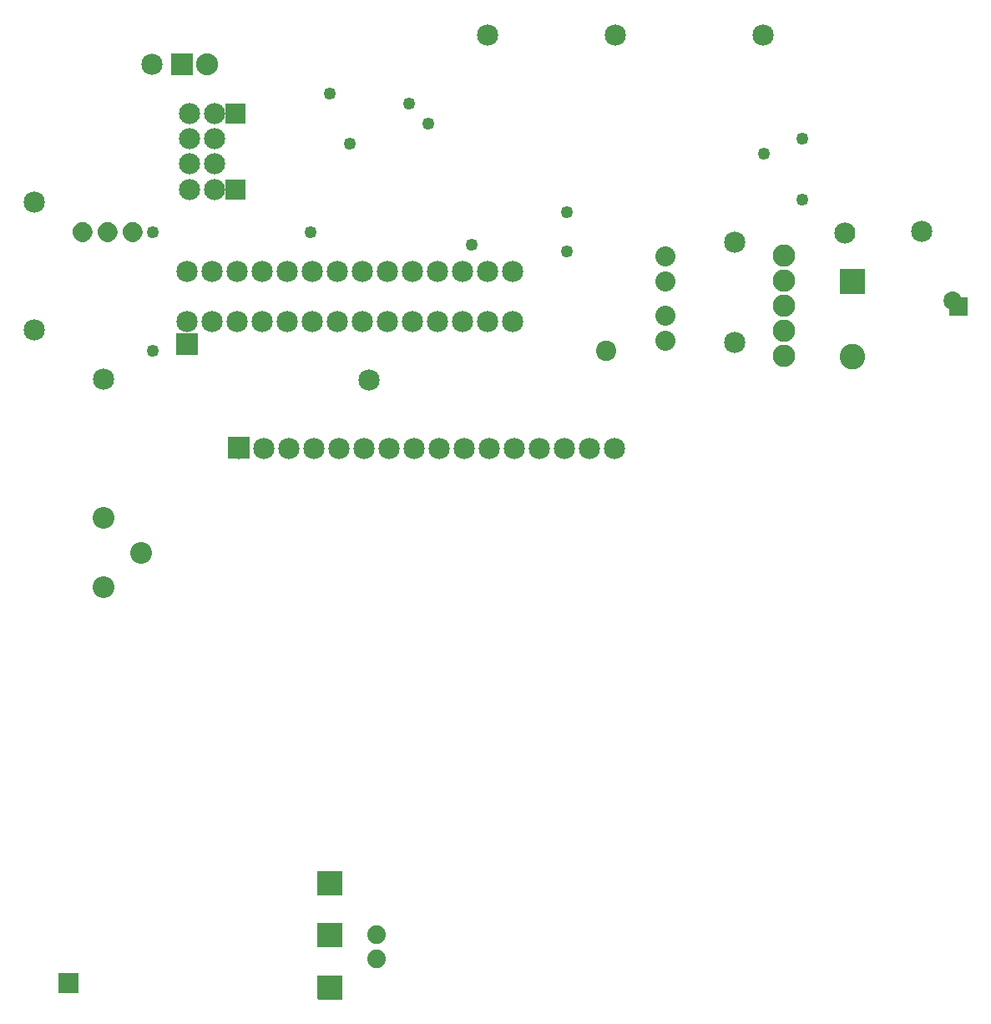
<source format=gbs>
G04 MADE WITH FRITZING*
G04 WWW.FRITZING.ORG*
G04 DOUBLE SIDED*
G04 HOLES PLATED*
G04 CONTOUR ON CENTER OF CONTOUR VECTOR*
%ASAXBY*%
%FSLAX23Y23*%
%MOIN*%
%OFA0B0*%
%SFA1.0B1.0*%
%ADD10C,0.102000*%
%ADD11C,0.049370*%
%ADD12C,0.086772*%
%ADD13C,0.085000*%
%ADD14C,0.080000*%
%ADD15C,0.080925*%
%ADD16C,0.080866*%
%ADD17C,0.089370*%
%ADD18C,0.074187*%
%ADD19C,0.088000*%
%ADD20C,0.084472*%
%ADD21C,0.084000*%
%ADD22C,0.072992*%
%ADD23R,0.102000X0.102000*%
%ADD24R,0.085000X0.085000*%
%ADD25R,0.088000X0.088000*%
%ADD26R,0.084108X0.084472*%
%ADD27R,0.072992X0.072992*%
%ADD28R,0.001000X0.001000*%
%LNMASK0*%
G90*
G70*
G54D10*
X3406Y3147D03*
X3406Y2847D03*
G54D11*
X1635Y3855D03*
X1241Y3343D03*
X1399Y3698D03*
X2265Y3265D03*
X2265Y3422D03*
X1884Y3294D03*
X1320Y3895D03*
X611Y2871D03*
X1713Y3777D03*
X3052Y3658D03*
X3204Y3717D03*
X3205Y3472D03*
X611Y3343D03*
G54D12*
X414Y1926D03*
X414Y2202D03*
X564Y2064D03*
G54D13*
X1475Y2753D03*
X1475Y2753D03*
G54D14*
X2658Y2910D03*
X2658Y3010D03*
G54D13*
X2937Y3304D03*
X2937Y2904D03*
G54D14*
X2658Y3147D03*
X2658Y3247D03*
G54D13*
X750Y2986D03*
X750Y3186D03*
X850Y2986D03*
X850Y3186D03*
X950Y2986D03*
X950Y3186D03*
X1050Y2986D03*
X1050Y3186D03*
X1150Y2986D03*
X1150Y3186D03*
X1250Y2986D03*
X1250Y3186D03*
X1350Y2986D03*
X1350Y3186D03*
X1450Y2986D03*
X1450Y3186D03*
X1550Y2986D03*
X1550Y3186D03*
X1650Y2986D03*
X1650Y3186D03*
X1750Y2986D03*
X1750Y3186D03*
X1850Y2986D03*
X1850Y3186D03*
X1950Y2986D03*
X1950Y3186D03*
X2050Y2986D03*
X2050Y3186D03*
G54D15*
X2422Y2869D03*
G54D16*
X2422Y2869D03*
G54D17*
X3131Y3250D03*
X3131Y3150D03*
X3131Y3050D03*
X3131Y2950D03*
X3131Y2850D03*
G54D13*
X414Y2755D03*
X414Y2755D03*
G54D18*
X1504Y444D03*
X1504Y539D03*
G54D19*
X729Y4013D03*
X829Y4013D03*
G54D20*
X860Y3816D03*
X760Y3816D03*
X860Y3716D03*
X760Y3716D03*
X860Y3615D03*
X760Y3615D03*
X860Y3514D03*
X760Y3514D03*
G54D21*
X3374Y3341D03*
X3374Y3341D03*
X3374Y3341D03*
X3374Y3341D03*
G54D13*
X2460Y4131D03*
X2460Y4131D03*
X1948Y4131D03*
X1948Y4131D03*
X3050Y4131D03*
X3050Y4131D03*
X139Y2952D03*
X139Y2952D03*
X139Y3463D03*
X139Y3463D03*
X609Y4013D03*
X609Y4013D03*
X955Y2481D03*
X1055Y2481D03*
X1155Y2481D03*
X1255Y2481D03*
X1355Y2481D03*
X1455Y2481D03*
X1555Y2481D03*
X1655Y2481D03*
X1755Y2481D03*
X1855Y2481D03*
X1955Y2481D03*
X2055Y2481D03*
X2155Y2481D03*
X2255Y2481D03*
X2355Y2481D03*
X2455Y2481D03*
G54D22*
X3804Y3070D03*
X3804Y3070D03*
G54D13*
X3682Y3345D03*
X3682Y3345D03*
G54D23*
X3406Y3147D03*
G54D24*
X750Y2898D03*
G54D25*
X729Y4013D03*
G54D26*
X943Y3816D03*
X943Y3514D03*
G54D24*
X955Y2482D03*
G54D27*
X3828Y3046D03*
G54D28*
X326Y3383D02*
X337Y3383D01*
X426Y3383D02*
X437Y3383D01*
X526Y3383D02*
X537Y3383D01*
X322Y3382D02*
X341Y3382D01*
X422Y3382D02*
X441Y3382D01*
X522Y3382D02*
X541Y3382D01*
X320Y3381D02*
X344Y3381D01*
X420Y3381D02*
X444Y3381D01*
X520Y3381D02*
X544Y3381D01*
X317Y3380D02*
X346Y3380D01*
X417Y3380D02*
X446Y3380D01*
X517Y3380D02*
X546Y3380D01*
X315Y3379D02*
X348Y3379D01*
X415Y3379D02*
X448Y3379D01*
X515Y3379D02*
X548Y3379D01*
X314Y3378D02*
X350Y3378D01*
X414Y3378D02*
X450Y3378D01*
X514Y3378D02*
X550Y3378D01*
X312Y3377D02*
X351Y3377D01*
X412Y3377D02*
X451Y3377D01*
X512Y3377D02*
X551Y3377D01*
X311Y3376D02*
X353Y3376D01*
X411Y3376D02*
X453Y3376D01*
X510Y3376D02*
X553Y3376D01*
X309Y3375D02*
X354Y3375D01*
X409Y3375D02*
X454Y3375D01*
X509Y3375D02*
X554Y3375D01*
X308Y3374D02*
X356Y3374D01*
X408Y3374D02*
X456Y3374D01*
X508Y3374D02*
X556Y3374D01*
X307Y3373D02*
X357Y3373D01*
X407Y3373D02*
X457Y3373D01*
X507Y3373D02*
X557Y3373D01*
X306Y3372D02*
X358Y3372D01*
X406Y3372D02*
X458Y3372D01*
X506Y3372D02*
X558Y3372D01*
X305Y3371D02*
X359Y3371D01*
X405Y3371D02*
X459Y3371D01*
X505Y3371D02*
X559Y3371D01*
X304Y3370D02*
X360Y3370D01*
X404Y3370D02*
X460Y3370D01*
X504Y3370D02*
X560Y3370D01*
X303Y3369D02*
X361Y3369D01*
X403Y3369D02*
X461Y3369D01*
X503Y3369D02*
X561Y3369D01*
X302Y3368D02*
X362Y3368D01*
X402Y3368D02*
X462Y3368D01*
X502Y3368D02*
X562Y3368D01*
X301Y3367D02*
X362Y3367D01*
X401Y3367D02*
X462Y3367D01*
X501Y3367D02*
X562Y3367D01*
X300Y3366D02*
X363Y3366D01*
X400Y3366D02*
X463Y3366D01*
X500Y3366D02*
X563Y3366D01*
X300Y3365D02*
X364Y3365D01*
X400Y3365D02*
X464Y3365D01*
X500Y3365D02*
X564Y3365D01*
X299Y3364D02*
X365Y3364D01*
X399Y3364D02*
X465Y3364D01*
X499Y3364D02*
X565Y3364D01*
X298Y3363D02*
X365Y3363D01*
X398Y3363D02*
X465Y3363D01*
X498Y3363D02*
X565Y3363D01*
X298Y3362D02*
X366Y3362D01*
X398Y3362D02*
X466Y3362D01*
X498Y3362D02*
X566Y3362D01*
X297Y3361D02*
X366Y3361D01*
X397Y3361D02*
X466Y3361D01*
X497Y3361D02*
X566Y3361D01*
X297Y3360D02*
X367Y3360D01*
X397Y3360D02*
X467Y3360D01*
X497Y3360D02*
X567Y3360D01*
X296Y3359D02*
X367Y3359D01*
X396Y3359D02*
X467Y3359D01*
X496Y3359D02*
X567Y3359D01*
X296Y3358D02*
X368Y3358D01*
X396Y3358D02*
X468Y3358D01*
X496Y3358D02*
X568Y3358D01*
X295Y3357D02*
X368Y3357D01*
X395Y3357D02*
X468Y3357D01*
X495Y3357D02*
X568Y3357D01*
X295Y3356D02*
X369Y3356D01*
X395Y3356D02*
X469Y3356D01*
X495Y3356D02*
X569Y3356D01*
X294Y3355D02*
X369Y3355D01*
X394Y3355D02*
X469Y3355D01*
X494Y3355D02*
X569Y3355D01*
X294Y3354D02*
X369Y3354D01*
X394Y3354D02*
X469Y3354D01*
X494Y3354D02*
X569Y3354D01*
X294Y3353D02*
X370Y3353D01*
X394Y3353D02*
X470Y3353D01*
X494Y3353D02*
X570Y3353D01*
X293Y3352D02*
X370Y3352D01*
X393Y3352D02*
X470Y3352D01*
X493Y3352D02*
X570Y3352D01*
X293Y3351D02*
X370Y3351D01*
X393Y3351D02*
X470Y3351D01*
X493Y3351D02*
X570Y3351D01*
X293Y3350D02*
X371Y3350D01*
X393Y3350D02*
X471Y3350D01*
X493Y3350D02*
X571Y3350D01*
X293Y3349D02*
X371Y3349D01*
X393Y3349D02*
X471Y3349D01*
X493Y3349D02*
X571Y3349D01*
X293Y3348D02*
X371Y3348D01*
X393Y3348D02*
X471Y3348D01*
X493Y3348D02*
X571Y3348D01*
X292Y3347D02*
X371Y3347D01*
X392Y3347D02*
X471Y3347D01*
X492Y3347D02*
X571Y3347D01*
X292Y3346D02*
X371Y3346D01*
X392Y3346D02*
X471Y3346D01*
X492Y3346D02*
X571Y3346D01*
X292Y3345D02*
X371Y3345D01*
X392Y3345D02*
X471Y3345D01*
X492Y3345D02*
X571Y3345D01*
X292Y3344D02*
X371Y3344D01*
X392Y3344D02*
X471Y3344D01*
X492Y3344D02*
X571Y3344D01*
X292Y3343D02*
X371Y3343D01*
X392Y3343D02*
X471Y3343D01*
X492Y3343D02*
X571Y3343D01*
X292Y3342D02*
X371Y3342D01*
X392Y3342D02*
X471Y3342D01*
X492Y3342D02*
X571Y3342D01*
X292Y3341D02*
X371Y3341D01*
X392Y3341D02*
X471Y3341D01*
X492Y3341D02*
X571Y3341D01*
X292Y3340D02*
X371Y3340D01*
X392Y3340D02*
X471Y3340D01*
X492Y3340D02*
X571Y3340D01*
X293Y3339D02*
X371Y3339D01*
X393Y3339D02*
X471Y3339D01*
X493Y3339D02*
X571Y3339D01*
X293Y3338D02*
X371Y3338D01*
X393Y3338D02*
X471Y3338D01*
X493Y3338D02*
X571Y3338D01*
X293Y3337D02*
X371Y3337D01*
X393Y3337D02*
X471Y3337D01*
X493Y3337D02*
X571Y3337D01*
X293Y3336D02*
X370Y3336D01*
X393Y3336D02*
X470Y3336D01*
X493Y3336D02*
X570Y3336D01*
X293Y3335D02*
X370Y3335D01*
X393Y3335D02*
X470Y3335D01*
X493Y3335D02*
X570Y3335D01*
X294Y3334D02*
X370Y3334D01*
X394Y3334D02*
X470Y3334D01*
X494Y3334D02*
X570Y3334D01*
X294Y3333D02*
X369Y3333D01*
X394Y3333D02*
X469Y3333D01*
X494Y3333D02*
X569Y3333D01*
X294Y3332D02*
X369Y3332D01*
X394Y3332D02*
X469Y3332D01*
X494Y3332D02*
X569Y3332D01*
X295Y3331D02*
X369Y3331D01*
X395Y3331D02*
X469Y3331D01*
X495Y3331D02*
X569Y3331D01*
X295Y3330D02*
X368Y3330D01*
X395Y3330D02*
X468Y3330D01*
X495Y3330D02*
X568Y3330D01*
X296Y3329D02*
X368Y3329D01*
X396Y3329D02*
X468Y3329D01*
X496Y3329D02*
X568Y3329D01*
X296Y3328D02*
X367Y3328D01*
X396Y3328D02*
X467Y3328D01*
X496Y3328D02*
X567Y3328D01*
X297Y3327D02*
X367Y3327D01*
X397Y3327D02*
X467Y3327D01*
X497Y3327D02*
X567Y3327D01*
X297Y3326D02*
X366Y3326D01*
X397Y3326D02*
X466Y3326D01*
X497Y3326D02*
X566Y3326D01*
X298Y3325D02*
X366Y3325D01*
X398Y3325D02*
X466Y3325D01*
X498Y3325D02*
X566Y3325D01*
X298Y3324D02*
X365Y3324D01*
X398Y3324D02*
X465Y3324D01*
X498Y3324D02*
X565Y3324D01*
X299Y3323D02*
X364Y3323D01*
X399Y3323D02*
X464Y3323D01*
X499Y3323D02*
X564Y3323D01*
X300Y3322D02*
X364Y3322D01*
X400Y3322D02*
X464Y3322D01*
X500Y3322D02*
X564Y3322D01*
X300Y3321D02*
X363Y3321D01*
X400Y3321D02*
X463Y3321D01*
X500Y3321D02*
X563Y3321D01*
X301Y3320D02*
X362Y3320D01*
X401Y3320D02*
X462Y3320D01*
X501Y3320D02*
X562Y3320D01*
X302Y3319D02*
X361Y3319D01*
X402Y3319D02*
X461Y3319D01*
X502Y3319D02*
X561Y3319D01*
X303Y3318D02*
X361Y3318D01*
X403Y3318D02*
X461Y3318D01*
X503Y3318D02*
X561Y3318D01*
X304Y3317D02*
X360Y3317D01*
X404Y3317D02*
X460Y3317D01*
X504Y3317D02*
X560Y3317D01*
X305Y3316D02*
X359Y3316D01*
X405Y3316D02*
X459Y3316D01*
X505Y3316D02*
X559Y3316D01*
X306Y3315D02*
X358Y3315D01*
X406Y3315D02*
X458Y3315D01*
X506Y3315D02*
X558Y3315D01*
X307Y3314D02*
X357Y3314D01*
X407Y3314D02*
X457Y3314D01*
X507Y3314D02*
X556Y3314D01*
X308Y3313D02*
X355Y3313D01*
X408Y3313D02*
X455Y3313D01*
X508Y3313D02*
X555Y3313D01*
X309Y3312D02*
X354Y3312D01*
X409Y3312D02*
X454Y3312D01*
X509Y3312D02*
X554Y3312D01*
X311Y3311D02*
X353Y3311D01*
X411Y3311D02*
X453Y3311D01*
X511Y3311D02*
X553Y3311D01*
X312Y3310D02*
X351Y3310D01*
X412Y3310D02*
X451Y3310D01*
X512Y3310D02*
X551Y3310D01*
X314Y3309D02*
X350Y3309D01*
X414Y3309D02*
X450Y3309D01*
X514Y3309D02*
X550Y3309D01*
X316Y3308D02*
X348Y3308D01*
X416Y3308D02*
X448Y3308D01*
X516Y3308D02*
X548Y3308D01*
X318Y3307D02*
X346Y3307D01*
X418Y3307D02*
X446Y3307D01*
X518Y3307D02*
X546Y3307D01*
X320Y3306D02*
X344Y3306D01*
X420Y3306D02*
X444Y3306D01*
X520Y3306D02*
X544Y3306D01*
X323Y3305D02*
X341Y3305D01*
X423Y3305D02*
X441Y3305D01*
X523Y3305D02*
X541Y3305D01*
X327Y3304D02*
X336Y3304D01*
X427Y3304D02*
X436Y3304D01*
X527Y3304D02*
X536Y3304D01*
X1271Y793D02*
X1367Y793D01*
X1271Y792D02*
X1367Y792D01*
X1271Y791D02*
X1367Y791D01*
X1271Y790D02*
X1367Y790D01*
X1271Y789D02*
X1367Y789D01*
X1271Y788D02*
X1367Y788D01*
X1271Y787D02*
X1367Y787D01*
X1271Y786D02*
X1367Y786D01*
X1271Y785D02*
X1367Y785D01*
X1271Y784D02*
X1367Y784D01*
X1271Y783D02*
X1367Y783D01*
X1271Y782D02*
X1367Y782D01*
X1271Y781D02*
X1367Y781D01*
X1271Y780D02*
X1367Y780D01*
X1271Y779D02*
X1367Y779D01*
X1271Y778D02*
X1367Y778D01*
X1271Y777D02*
X1367Y777D01*
X1271Y776D02*
X1367Y776D01*
X1271Y775D02*
X1367Y775D01*
X1271Y774D02*
X1367Y774D01*
X1271Y773D02*
X1367Y773D01*
X1271Y772D02*
X1367Y772D01*
X1271Y771D02*
X1367Y771D01*
X1271Y770D02*
X1367Y770D01*
X1271Y769D02*
X1367Y769D01*
X1271Y768D02*
X1367Y768D01*
X1271Y767D02*
X1367Y767D01*
X1271Y766D02*
X1367Y766D01*
X1271Y765D02*
X1367Y765D01*
X1271Y764D02*
X1367Y764D01*
X1271Y763D02*
X1367Y763D01*
X1271Y762D02*
X1367Y762D01*
X1271Y761D02*
X1367Y761D01*
X1271Y760D02*
X1367Y760D01*
X1271Y759D02*
X1367Y759D01*
X1271Y758D02*
X1367Y758D01*
X1271Y757D02*
X1367Y757D01*
X1271Y756D02*
X1367Y756D01*
X1271Y755D02*
X1367Y755D01*
X1271Y754D02*
X1367Y754D01*
X1271Y753D02*
X1367Y753D01*
X1271Y752D02*
X1367Y752D01*
X1271Y751D02*
X1367Y751D01*
X1271Y750D02*
X1367Y750D01*
X1271Y749D02*
X1367Y749D01*
X1271Y748D02*
X1367Y748D01*
X1271Y747D02*
X1367Y747D01*
X1271Y746D02*
X1367Y746D01*
X1271Y745D02*
X1367Y745D01*
X1271Y744D02*
X1367Y744D01*
X1271Y743D02*
X1367Y743D01*
X1271Y742D02*
X1367Y742D01*
X1271Y741D02*
X1367Y741D01*
X1271Y740D02*
X1367Y740D01*
X1271Y739D02*
X1367Y739D01*
X1271Y738D02*
X1367Y738D01*
X1271Y737D02*
X1367Y737D01*
X1271Y736D02*
X1367Y736D01*
X1271Y735D02*
X1367Y735D01*
X1271Y734D02*
X1367Y734D01*
X1271Y733D02*
X1367Y733D01*
X1271Y732D02*
X1367Y732D01*
X1271Y731D02*
X1367Y731D01*
X1271Y730D02*
X1367Y730D01*
X1271Y729D02*
X1367Y729D01*
X1271Y728D02*
X1367Y728D01*
X1271Y727D02*
X1367Y727D01*
X1271Y726D02*
X1367Y726D01*
X1271Y725D02*
X1367Y725D01*
X1271Y724D02*
X1367Y724D01*
X1271Y723D02*
X1367Y723D01*
X1271Y722D02*
X1367Y722D01*
X1271Y721D02*
X1367Y721D01*
X1271Y720D02*
X1367Y720D01*
X1271Y719D02*
X1367Y719D01*
X1271Y718D02*
X1367Y718D01*
X1271Y717D02*
X1367Y717D01*
X1271Y716D02*
X1367Y716D01*
X1271Y715D02*
X1367Y715D01*
X1271Y714D02*
X1367Y714D01*
X1271Y713D02*
X1367Y713D01*
X1271Y712D02*
X1367Y712D01*
X1271Y711D02*
X1367Y711D01*
X1271Y710D02*
X1367Y710D01*
X1271Y709D02*
X1367Y709D01*
X1271Y708D02*
X1367Y708D01*
X1271Y707D02*
X1367Y707D01*
X1271Y706D02*
X1367Y706D01*
X1271Y705D02*
X1367Y705D01*
X1271Y704D02*
X1367Y704D01*
X1271Y703D02*
X1367Y703D01*
X1271Y702D02*
X1367Y702D01*
X1271Y701D02*
X1367Y701D01*
X1271Y700D02*
X1367Y700D01*
X1271Y699D02*
X1367Y699D01*
X1271Y698D02*
X1367Y698D01*
X1271Y585D02*
X1367Y585D01*
X1271Y584D02*
X1367Y584D01*
X1271Y583D02*
X1367Y583D01*
X1271Y582D02*
X1367Y582D01*
X1271Y581D02*
X1367Y581D01*
X1271Y580D02*
X1367Y580D01*
X1271Y579D02*
X1367Y579D01*
X1271Y578D02*
X1367Y578D01*
X1271Y577D02*
X1367Y577D01*
X1271Y576D02*
X1367Y576D01*
X1271Y575D02*
X1367Y575D01*
X1271Y574D02*
X1367Y574D01*
X1271Y573D02*
X1367Y573D01*
X1271Y572D02*
X1367Y572D01*
X1271Y571D02*
X1367Y571D01*
X1271Y570D02*
X1367Y570D01*
X1271Y569D02*
X1367Y569D01*
X1271Y568D02*
X1367Y568D01*
X1271Y567D02*
X1367Y567D01*
X1271Y566D02*
X1367Y566D01*
X1271Y565D02*
X1367Y565D01*
X1271Y564D02*
X1367Y564D01*
X1271Y563D02*
X1367Y563D01*
X1271Y562D02*
X1367Y562D01*
X1271Y561D02*
X1367Y561D01*
X1271Y560D02*
X1367Y560D01*
X1271Y559D02*
X1367Y559D01*
X1271Y558D02*
X1367Y558D01*
X1271Y557D02*
X1367Y557D01*
X1271Y556D02*
X1367Y556D01*
X1271Y555D02*
X1367Y555D01*
X1271Y554D02*
X1367Y554D01*
X1271Y553D02*
X1367Y553D01*
X1271Y552D02*
X1367Y552D01*
X1271Y551D02*
X1367Y551D01*
X1271Y550D02*
X1367Y550D01*
X1271Y549D02*
X1367Y549D01*
X1271Y548D02*
X1367Y548D01*
X1271Y547D02*
X1367Y547D01*
X1271Y546D02*
X1367Y546D01*
X1271Y545D02*
X1367Y545D01*
X1271Y544D02*
X1367Y544D01*
X1271Y543D02*
X1367Y543D01*
X1271Y542D02*
X1367Y542D01*
X1271Y541D02*
X1367Y541D01*
X1271Y540D02*
X1367Y540D01*
X1271Y539D02*
X1367Y539D01*
X1271Y538D02*
X1367Y538D01*
X1271Y537D02*
X1367Y537D01*
X1271Y536D02*
X1367Y536D01*
X1271Y535D02*
X1367Y535D01*
X1271Y534D02*
X1367Y534D01*
X1271Y533D02*
X1367Y533D01*
X1271Y532D02*
X1367Y532D01*
X1271Y531D02*
X1367Y531D01*
X1271Y530D02*
X1367Y530D01*
X1271Y529D02*
X1367Y529D01*
X1271Y528D02*
X1367Y528D01*
X1271Y527D02*
X1367Y527D01*
X1271Y526D02*
X1367Y526D01*
X1271Y525D02*
X1367Y525D01*
X1271Y524D02*
X1367Y524D01*
X1271Y523D02*
X1367Y523D01*
X1271Y522D02*
X1367Y522D01*
X1271Y521D02*
X1367Y521D01*
X1271Y520D02*
X1367Y520D01*
X1271Y519D02*
X1367Y519D01*
X1271Y518D02*
X1367Y518D01*
X1271Y517D02*
X1367Y517D01*
X1271Y516D02*
X1367Y516D01*
X1271Y515D02*
X1367Y515D01*
X1271Y514D02*
X1367Y514D01*
X1271Y513D02*
X1367Y513D01*
X1271Y512D02*
X1367Y512D01*
X1271Y511D02*
X1367Y511D01*
X1271Y510D02*
X1367Y510D01*
X1271Y509D02*
X1367Y509D01*
X1271Y508D02*
X1367Y508D01*
X1271Y507D02*
X1367Y507D01*
X1271Y506D02*
X1367Y506D01*
X1271Y505D02*
X1367Y505D01*
X1271Y504D02*
X1367Y504D01*
X1271Y503D02*
X1367Y503D01*
X1271Y502D02*
X1367Y502D01*
X1271Y501D02*
X1367Y501D01*
X1271Y500D02*
X1367Y500D01*
X1271Y499D02*
X1367Y499D01*
X1271Y498D02*
X1367Y498D01*
X1271Y497D02*
X1367Y497D01*
X1271Y496D02*
X1367Y496D01*
X1271Y495D02*
X1367Y495D01*
X1271Y494D02*
X1367Y494D01*
X1271Y493D02*
X1367Y493D01*
X1271Y492D02*
X1367Y492D01*
X1271Y491D02*
X1367Y491D01*
X1271Y490D02*
X1367Y490D01*
X235Y387D02*
X316Y387D01*
X235Y386D02*
X316Y386D01*
X235Y385D02*
X316Y385D01*
X235Y384D02*
X316Y384D01*
X235Y383D02*
X316Y383D01*
X235Y382D02*
X316Y382D01*
X235Y381D02*
X316Y381D01*
X235Y380D02*
X316Y380D01*
X235Y379D02*
X316Y379D01*
X235Y378D02*
X316Y378D01*
X235Y377D02*
X316Y377D01*
X1271Y377D02*
X1367Y377D01*
X235Y376D02*
X316Y376D01*
X1271Y376D02*
X1367Y376D01*
X235Y375D02*
X316Y375D01*
X1271Y375D02*
X1367Y375D01*
X235Y374D02*
X316Y374D01*
X1271Y374D02*
X1367Y374D01*
X235Y373D02*
X316Y373D01*
X1271Y373D02*
X1367Y373D01*
X235Y372D02*
X316Y372D01*
X1271Y372D02*
X1367Y372D01*
X235Y371D02*
X316Y371D01*
X1271Y371D02*
X1367Y371D01*
X235Y370D02*
X316Y370D01*
X1271Y370D02*
X1367Y370D01*
X235Y369D02*
X316Y369D01*
X1271Y369D02*
X1367Y369D01*
X235Y368D02*
X316Y368D01*
X1271Y368D02*
X1367Y368D01*
X235Y367D02*
X316Y367D01*
X1271Y367D02*
X1367Y367D01*
X235Y366D02*
X316Y366D01*
X1271Y366D02*
X1367Y366D01*
X235Y365D02*
X316Y365D01*
X1271Y365D02*
X1367Y365D01*
X235Y364D02*
X316Y364D01*
X1271Y364D02*
X1367Y364D01*
X235Y363D02*
X316Y363D01*
X1271Y363D02*
X1367Y363D01*
X235Y362D02*
X316Y362D01*
X1271Y362D02*
X1367Y362D01*
X235Y361D02*
X316Y361D01*
X1271Y361D02*
X1367Y361D01*
X235Y360D02*
X316Y360D01*
X1271Y360D02*
X1367Y360D01*
X235Y359D02*
X316Y359D01*
X1271Y359D02*
X1367Y359D01*
X235Y358D02*
X316Y358D01*
X1271Y358D02*
X1367Y358D01*
X235Y357D02*
X316Y357D01*
X1271Y357D02*
X1367Y357D01*
X235Y356D02*
X316Y356D01*
X1271Y356D02*
X1367Y356D01*
X235Y355D02*
X316Y355D01*
X1271Y355D02*
X1367Y355D01*
X235Y354D02*
X316Y354D01*
X1271Y354D02*
X1367Y354D01*
X235Y353D02*
X316Y353D01*
X1271Y353D02*
X1367Y353D01*
X235Y352D02*
X316Y352D01*
X1271Y352D02*
X1367Y352D01*
X235Y351D02*
X316Y351D01*
X1271Y351D02*
X1367Y351D01*
X235Y350D02*
X316Y350D01*
X1271Y350D02*
X1367Y350D01*
X235Y349D02*
X316Y349D01*
X1271Y349D02*
X1367Y349D01*
X235Y348D02*
X316Y348D01*
X1271Y348D02*
X1367Y348D01*
X235Y347D02*
X316Y347D01*
X1271Y347D02*
X1367Y347D01*
X235Y346D02*
X316Y346D01*
X1271Y346D02*
X1367Y346D01*
X235Y345D02*
X316Y345D01*
X1271Y345D02*
X1367Y345D01*
X235Y344D02*
X316Y344D01*
X1271Y344D02*
X1367Y344D01*
X235Y343D02*
X316Y343D01*
X1271Y343D02*
X1367Y343D01*
X235Y342D02*
X316Y342D01*
X1271Y342D02*
X1367Y342D01*
X235Y341D02*
X316Y341D01*
X1271Y341D02*
X1367Y341D01*
X235Y340D02*
X316Y340D01*
X1271Y340D02*
X1367Y340D01*
X235Y339D02*
X316Y339D01*
X1271Y339D02*
X1367Y339D01*
X235Y338D02*
X316Y338D01*
X1271Y338D02*
X1367Y338D01*
X235Y337D02*
X316Y337D01*
X1271Y337D02*
X1367Y337D01*
X235Y336D02*
X316Y336D01*
X1271Y336D02*
X1367Y336D01*
X235Y335D02*
X316Y335D01*
X1271Y335D02*
X1367Y335D01*
X235Y334D02*
X316Y334D01*
X1271Y334D02*
X1367Y334D01*
X235Y333D02*
X316Y333D01*
X1271Y333D02*
X1367Y333D01*
X235Y332D02*
X316Y332D01*
X1271Y332D02*
X1367Y332D01*
X235Y331D02*
X316Y331D01*
X1271Y331D02*
X1367Y331D01*
X235Y330D02*
X316Y330D01*
X1271Y330D02*
X1367Y330D01*
X235Y329D02*
X316Y329D01*
X1271Y329D02*
X1367Y329D01*
X235Y328D02*
X316Y328D01*
X1271Y328D02*
X1367Y328D01*
X235Y327D02*
X316Y327D01*
X1271Y327D02*
X1367Y327D01*
X235Y326D02*
X316Y326D01*
X1271Y326D02*
X1367Y326D01*
X235Y325D02*
X316Y325D01*
X1271Y325D02*
X1367Y325D01*
X235Y324D02*
X316Y324D01*
X1271Y324D02*
X1367Y324D01*
X235Y323D02*
X316Y323D01*
X1271Y323D02*
X1367Y323D01*
X235Y322D02*
X316Y322D01*
X1271Y322D02*
X1367Y322D01*
X235Y321D02*
X316Y321D01*
X1271Y321D02*
X1367Y321D01*
X235Y320D02*
X316Y320D01*
X1271Y320D02*
X1367Y320D01*
X235Y319D02*
X316Y319D01*
X1271Y319D02*
X1367Y319D01*
X235Y318D02*
X316Y318D01*
X1271Y318D02*
X1367Y318D01*
X235Y317D02*
X316Y317D01*
X1271Y317D02*
X1367Y317D01*
X235Y316D02*
X316Y316D01*
X1271Y316D02*
X1367Y316D01*
X235Y315D02*
X316Y315D01*
X1271Y315D02*
X1367Y315D01*
X235Y314D02*
X316Y314D01*
X1271Y314D02*
X1367Y314D01*
X235Y313D02*
X316Y313D01*
X1271Y313D02*
X1367Y313D01*
X235Y312D02*
X316Y312D01*
X1271Y312D02*
X1367Y312D01*
X235Y311D02*
X316Y311D01*
X1271Y311D02*
X1367Y311D01*
X235Y310D02*
X316Y310D01*
X1271Y310D02*
X1367Y310D01*
X235Y309D02*
X316Y309D01*
X1271Y309D02*
X1367Y309D01*
X235Y308D02*
X316Y308D01*
X1271Y308D02*
X1367Y308D01*
X235Y307D02*
X316Y307D01*
X1271Y307D02*
X1367Y307D01*
X235Y306D02*
X316Y306D01*
X1271Y306D02*
X1367Y306D01*
X1271Y305D02*
X1367Y305D01*
X1271Y304D02*
X1367Y304D01*
X1271Y303D02*
X1367Y303D01*
X1271Y302D02*
X1367Y302D01*
X1271Y301D02*
X1367Y301D01*
X1271Y300D02*
X1367Y300D01*
X1271Y299D02*
X1367Y299D01*
X1271Y298D02*
X1367Y298D01*
X1271Y297D02*
X1367Y297D01*
X1271Y296D02*
X1367Y296D01*
X1271Y295D02*
X1367Y295D01*
X1271Y294D02*
X1367Y294D01*
X1271Y293D02*
X1367Y293D01*
X1271Y292D02*
X1367Y292D01*
X1271Y291D02*
X1367Y291D01*
X1271Y290D02*
X1367Y290D01*
X1271Y289D02*
X1367Y289D01*
X1271Y288D02*
X1367Y288D01*
X1271Y287D02*
X1367Y287D01*
X1271Y286D02*
X1367Y286D01*
X1271Y285D02*
X1367Y285D01*
X1271Y284D02*
X1367Y284D01*
X1271Y283D02*
X1367Y283D01*
X1271Y282D02*
X1367Y282D01*
X1272Y281D02*
X1367Y281D01*
D02*
G04 End of Mask0*
M02*
</source>
